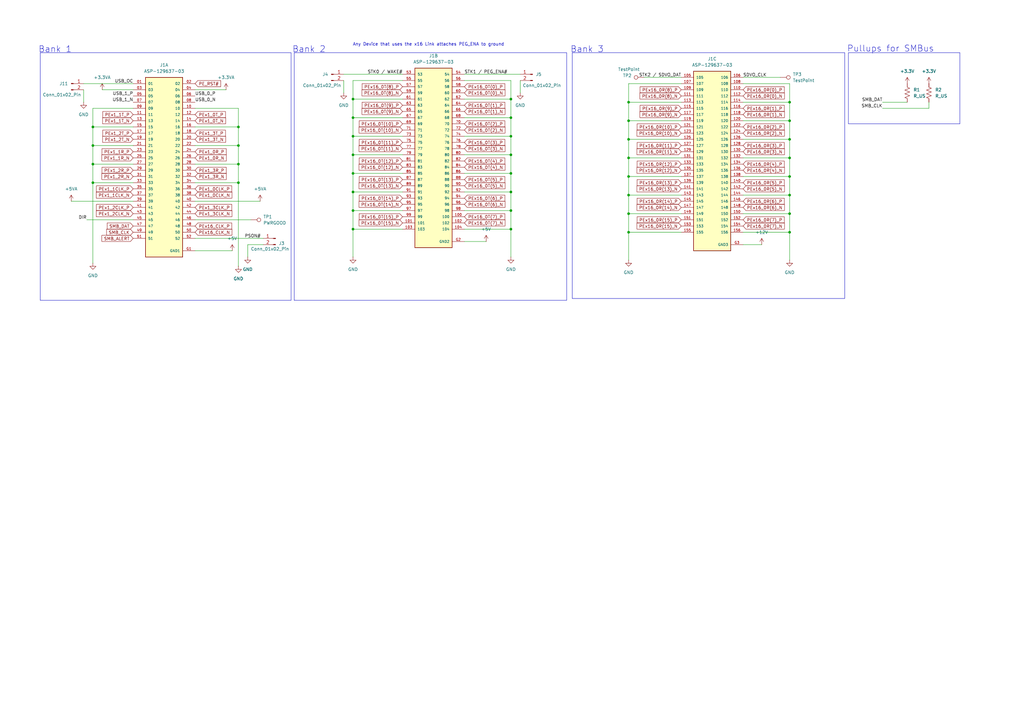
<source format=kicad_sch>
(kicad_sch (version 20250114) (generator "eeschema") (generator_version "9.0")
  (paper "A3")
  (title_block (title "PCIe/104 Adapter") (company "By Madhav Kapa"))
  (lib_symbols
    (symbol "ASP-129637-03:ASP-129637-03" (pin_names (offset 1.016))
      (property "Reference" "J" (at -7.62 36.068 0))
      (property "Value" "ASP-129637-03" (at -7.62 -40.64 0))
      (symbol "ASP-129637-03_1_0"
        (rectangle (start -7.62 -38.1) (end 7.62 35.56) (stroke (width 0.254)) (fill (type background)))
        (pin passive line (at -12.7 33.02 0) (length 5.08) (name "01") (number "01"))
        (pin passive line (at -12.7 30.48 0) (length 5.08) (name "03") (number "03"))
        (pin passive line (at -12.7 27.94 0) (length 5.08) (name "05") (number "05"))
        (pin passive line (at -12.7 25.4 0) (length 5.08) (name "07") (number "07"))
        (pin passive line (at -12.7 22.86 0) (length 5.08) (name "09") (number "09"))
        (pin passive line (at -12.7 20.32 0) (length 5.08) (name "11") (number "11"))
        (pin passive line (at -12.7 17.78 0) (length 5.08) (name "13") (number "13"))
        (pin passive line (at -12.7 15.24 0) (length 5.08) (name "15") (number "15"))
        (pin passive line (at -12.7 12.7 0) (length 5.08) (name "17") (number "17"))
        (pin passive line (at -12.7 10.16 0) (length 5.08) (name "19") (number "19"))
        (pin passive line (at -12.7 7.62 0) (length 5.08) (name "21") (number "21"))
        (pin passive line (at -12.7 5.08 0) (length 5.08) (name "23") (number "23"))
        (pin passive line (at -12.7 2.54 0) (length 5.08) (name "25") (number "25"))
        (pin passive line (at -12.7 0 0) (length 5.08) (name "27") (number "27"))
        (pin passive line (at -12.7 -2.54 0) (length 5.08) (name "29") (number "29"))
        (pin passive line (at -12.7 -5.08 0) (length 5.08) (name "31") (number "31"))
        (pin passive line (at -12.7 -7.62 0) (length 5.08) (name "33") (number "33"))
        (pin passive line (at -12.7 -10.16 0) (length 5.08) (name "35") (number "35"))
        (pin passive line (at -12.7 -12.7 0) (length 5.08) (name "37") (number "37"))
        (pin passive line (at -12.7 -15.24 0) (length 5.08) (name "39") (number "39"))
        (pin passive line (at -12.7 -17.78 0) (length 5.08) (name "41") (number "41"))
        (pin passive line (at -12.7 -20.32 0) (length 5.08) (name "43") (number "43"))
        (pin passive line (at -12.7 -22.86 0) (length 5.08) (name "45") (number "45"))
        (pin passive line (at -12.7 -25.4 0) (length 5.08) (name "47") (number "47"))
        (pin passive line (at -12.7 -27.94 0) (length 5.08) (name "49") (number "49"))
        (pin passive line (at -12.7 -30.48 0) (length 5.08) (name "51") (number "51"))
        (pin passive line (at 12.7 33.02 180) (length 5.08) (name "02") (number "02"))
        (pin passive line (at 12.7 30.48 180) (length 5.08) (name "04") (number "04"))
        (pin passive line (at 12.7 27.94 180) (length 5.08) (name "06") (number "06"))
        (pin passive line (at 12.7 25.4 180) (length 5.08) (name "08") (number "08"))
        (pin passive line (at 12.7 22.86 180) (length 5.08) (name "10") (number "10"))
        (pin passive line (at 12.7 20.32 180) (length 5.08) (name "12") (number "12"))
        (pin passive line (at 12.7 17.78 180) (length 5.08) (name "14") (number "14"))
        (pin passive line (at 12.7 15.24 180) (length 5.08) (name "16") (number "16"))
        (pin passive line (at 12.7 12.7 180) (length 5.08) (name "18") (number "18"))
        (pin passive line (at 12.7 10.16 180) (length 5.08) (name "20") (number "20"))
        (pin passive line (at 12.7 7.62 180) (length 5.08) (name "22") (number "22"))
        (pin passive line (at 12.7 5.08 180) (length 5.08) (name "24") (number "24"))
        (pin passive line (at 12.7 2.54 180) (length 5.08) (name "26") (number "26"))
        (pin passive line (at 12.7 0 180) (length 5.08) (name "28") (number "28"))
        (pin passive line (at 12.7 -2.54 180) (length 5.08) (name "30") (number "30"))
        (pin passive line (at 12.7 -5.08 180) (length 5.08) (name "32") (number "32"))
        (pin passive line (at 12.7 -7.62 180) (length 5.08) (name "34") (number "34"))
        (pin passive line (at 12.7 -10.16 180) (length 5.08) (name "36") (number "36"))
        (pin passive line (at 12.7 -12.7 180) (length 5.08) (name "38") (number "38"))
        (pin passive line (at 12.7 -15.24 180) (length 5.08) (name "40") (number "40"))
        (pin passive line (at 12.7 -17.78 180) (length 5.08) (name "42") (number "42"))
        (pin passive line (at 12.7 -20.32 180) (length 5.08) (name "44") (number "44"))
        (pin passive line (at 12.7 -22.86 180) (length 5.08) (name "46") (number "46"))
        (pin passive line (at 12.7 -25.4 180) (length 5.08) (name "48") (number "48"))
        (pin passive line (at 12.7 -27.94 180) (length 5.08) (name "50") (number "50"))
        (pin passive line (at 12.7 -30.48 180) (length 5.08) (name "52") (number "52"))
        (pin power_in line (at 12.7 -35.56 180) (length 5.08) (name "GND1") (number "G1"))
      )
      (symbol "ASP-129637-03_2_0"
        (rectangle (start -7.62 -38.1) (end 7.62 35.56) (stroke (width 0.254)) (fill (type background)))
        (pin passive line (at -12.7 33.02 0) (length 5.08) (name "53") (number "53"))
        (pin passive line (at -12.7 30.48 0) (length 5.08) (name "55") (number "55"))
        (pin passive line (at -12.7 27.94 0) (length 5.08) (name "57") (number "57"))
        (pin passive line (at -12.7 25.4 0) (length 5.08) (name "59") (number "59"))
        (pin passive line (at -12.7 22.86 0) (length 5.08) (name "61") (number "61"))
        (pin passive line (at -12.7 20.32 0) (length 5.08) (name "63") (number "63"))
        (pin passive line (at -12.7 17.78 0) (length 5.08) (name "65") (number "65"))
        (pin passive line (at -12.7 15.24 0) (length 5.08) (name "67") (number "67"))
        (pin passive line (at -12.7 12.7 0) (length 5.08) (name "69") (number "69"))
        (pin passive line (at -12.7 10.16 0) (length 5.08) (name "71") (number "71"))
        (pin passive line (at -12.7 7.62 0) (length 5.08) (name "73") (number "73"))
        (pin passive line (at -12.7 5.08 0) (length 5.08) (name "75") (number "75"))
        (pin passive line (at -12.7 2.54 0) (length 5.08) (name "77") (number "77"))
        (pin passive line (at -12.7 0 0) (length 5.08) (name "79") (number "79"))
        (pin passive line (at -12.7 -2.54 0) (length 5.08) (name "81") (number "81"))
        (pin passive line (at -12.7 -5.08 0) (length 5.08) (name "83") (number "83"))
        (pin passive line (at -12.7 -7.62 0) (length 5.08) (name "85") (number "85"))
        (pin passive line (at -12.7 -10.16 0) (length 5.08) (name "87") (number "87"))
        (pin passive line (at -12.7 -12.7 0) (length 5.08) (name "89") (number "89"))
        (pin passive line (at -12.7 -15.24 0) (length 5.08) (name "91") (number "91"))
        (pin passive line (at -12.7 -17.78 0) (length 5.08) (name "93") (number "93"))
        (pin passive line (at -12.7 -20.32 0) (length 5.08) (name "95") (number "95"))
        (pin passive line (at -12.7 -22.86 0) (length 5.08) (name "97") (number "97"))
        (pin passive line (at -12.7 -25.4 0) (length 5.08) (name "99") (number "99"))
        (pin passive line (at -12.7 -27.94 0) (length 5.08) (name "101") (number "101"))
        (pin passive line (at -12.7 -30.48 0) (length 5.08) (name "103") (number "103"))
        (pin passive line (at 12.7 33.02 180) (length 5.08) (name "54") (number "54"))
        (pin passive line (at 12.7 30.48 180) (length 5.08) (name "56") (number "56"))
        (pin passive line (at 12.7 27.94 180) (length 5.08) (name "58") (number "58"))
        (pin passive line (at 12.7 25.4 180) (length 5.08) (name "60") (number "60"))
        (pin passive line (at 12.7 22.86 180) (length 5.08) (name "62") (number "62"))
        (pin passive line (at 12.7 20.32 180) (length 5.08) (name "64") (number "64"))
        (pin passive line (at 12.7 17.78 180) (length 5.08) (name "66") (number "66"))
        (pin passive line (at 12.7 15.24 180) (length 5.08) (name "68") (number "68"))
        (pin passive line (at 12.7 12.7 180) (length 5.08) (name "70") (number "70"))
        (pin passive line (at 12.7 10.16 180) (length 5.08) (name "72") (number "72"))
        (pin passive line (at 12.7 7.62 180) (length 5.08) (name "74") (number "74"))
        (pin passive line (at 12.7 5.08 180) (length 5.08) (name "76") (number "76"))
        (pin passive line (at 12.7 2.54 180) (length 5.08) (name "78") (number "78"))
        (pin passive line (at 12.7 0 180) (length 5.08) (name "80") (number "80"))
        (pin passive line (at 12.7 -2.54 180) (length 5.08) (name "82") (number "82"))
        (pin passive line (at 12.7 -5.08 180) (length 5.08) (name "84") (number "84"))
        (pin passive line (at 12.7 -7.62 180) (length 5.08) (name "86") (number "86"))
        (pin passive line (at 12.7 -10.16 180) (length 5.08) (name "88") (number "88"))
        (pin passive line (at 12.7 -12.7 180) (length 5.08) (name "90") (number "90"))
        (pin passive line (at 12.7 -15.24 180) (length 5.08) (name "92") (number "92"))
        (pin passive line (at 12.7 -17.78 180) (length 5.08) (name "94") (number "94"))
        (pin passive line (at 12.7 -20.32 180) (length 5.08) (name "96") (number "96"))
        (pin passive line (at 12.7 -22.86 180) (length 5.08) (name "98") (number "98"))
        (pin passive line (at 12.7 -25.4 180) (length 5.08) (name "100") (number "100"))
        (pin passive line (at 12.7 -27.94 180) (length 5.08) (name "102") (number "102"))
        (pin passive line (at 12.7 -30.48 180) (length 5.08) (name "104") (number "104"))
        (pin power_in line (at 12.7 -35.56 180) (length 5.08) (name "GND2") (number "G2"))
      )
      (symbol "ASP-129637-03_3_0"
        (rectangle (start -7.62 -38.1) (end 7.62 35.56) (stroke (width 0.254)) (fill (type background)))
        (pin passive line (at -12.7 33.02 0) (length 5.08) (name "105") (number "105"))
        (pin passive line (at -12.7 30.48 0) (length 5.08) (name "107") (number "107"))
        (pin passive line (at -12.7 27.94 0) (length 5.08) (name "109") (number "109"))
        (pin passive line (at -12.7 25.4 0) (length 5.08) (name "111") (number "111"))
        (pin passive line (at -12.7 22.86 0) (length 5.08) (name "113") (number "113"))
        (pin passive line (at -12.7 20.32 0) (length 5.08) (name "115") (number "115"))
        (pin passive line (at -12.7 17.78 0) (length 5.08) (name "117") (number "117"))
        (pin passive line (at -12.7 15.24 0) (length 5.08) (name "119") (number "119"))
        (pin passive line (at -12.7 12.7 0) (length 5.08) (name "121") (number "121"))
        (pin passive line (at -12.7 10.16 0) (length 5.08) (name "123") (number "123"))
        (pin passive line (at -12.7 7.62 0) (length 5.08) (name "125") (number "125"))
        (pin passive line (at -12.7 5.08 0) (length 5.08) (name "127") (number "127"))
        (pin passive line (at -12.7 2.54 0) (length 5.08) (name "129") (number "129"))
        (pin passive line (at -12.7 0 0) (length 5.08) (name "131") (number "131"))
        (pin passive line (at -12.7 -2.54 0) (length 5.08) (name "133") (number "133"))
        (pin passive line (at -12.7 -5.08 0) (length 5.08) (name "135") (number "135"))
        (pin passive line (at -12.7 -7.62 0) (length 5.08) (name "137") (number "137"))
        (pin passive line (at -12.7 -10.16 0) (length 5.08) (name "139") (number "139"))
        (pin passive line (at -12.7 -12.7 0) (length 5.08) (name "141") (number "141"))
        (pin passive line (at -12.7 -15.24 0) (length 5.08) (name "143") (number "143"))
        (pin passive line (at -12.7 -17.78 0) (length 5.08) (name "145") (number "145"))
        (pin passive line (at -12.7 -20.32 0) (length 5.08) (name "147") (number "147"))
        (pin passive line (at -12.7 -22.86 0) (length 5.08) (name "149") (number "149"))
        (pin passive line (at -12.7 -25.4 0) (length 5.08) (name "151") (number "151"))
        (pin passive line (at -12.7 -27.94 0) (length 5.08) (name "153") (number "153"))
        (pin passive line (at -12.7 -30.48 0) (length 5.08) (name "155") (number "155"))
        (pin passive line (at 12.7 33.02 180) (length 5.08) (name "106") (number "106"))
        (pin passive line (at 12.7 30.48 180) (length 5.08) (name "108") (number "108"))
        (pin passive line (at 12.7 27.94 180) (length 5.08) (name "110") (number "110"))
        (pin passive line (at 12.7 25.4 180) (length 5.08) (name "112") (number "112"))
        (pin passive line (at 12.7 22.86 180) (length 5.08) (name "114") (number "114"))
        (pin passive line (at 12.7 20.32 180) (length 5.08) (name "116") (number "116"))
        (pin passive line (at 12.7 17.78 180) (length 5.08) (name "118") (number "118"))
        (pin passive line (at 12.7 15.24 180) (length 5.08) (name "120") (number "120"))
        (pin passive line (at 12.7 12.7 180) (length 5.08) (name "122") (number "122"))
        (pin passive line (at 12.7 10.16 180) (length 5.08) (name "124") (number "124"))
        (pin passive line (at 12.7 7.62 180) (length 5.08) (name "126") (number "126"))
        (pin passive line (at 12.7 5.08 180) (length 5.08) (name "128") (number "128"))
        (pin passive line (at 12.7 2.54 180) (length 5.08) (name "130") (number "130"))
        (pin passive line (at 12.7 0 180) (length 5.08) (name "132") (number "132"))
        (pin passive line (at 12.7 -2.54 180) (length 5.08) (name "134") (number "134"))
        (pin passive line (at 12.7 -5.08 180) (length 5.08) (name "136") (number "136"))
        (pin passive line (at 12.7 -7.62 180) (length 5.08) (name "138") (number "138"))
        (pin passive line (at 12.7 -10.16 180) (length 5.08) (name "140") (number "140"))
        (pin passive line (at 12.7 -12.7 180) (length 5.08) (name "142") (number "142"))
        (pin passive line (at 12.7 -15.24 180) (length 5.08) (name "144") (number "144"))
        (pin passive line (at 12.7 -17.78 180) (length 5.08) (name "146") (number "146"))
        (pin passive line (at 12.7 -20.32 180) (length 5.08) (name "148") (number "148"))
        (pin passive line (at 12.7 -22.86 180) (length 5.08) (name "150") (number "150"))
        (pin passive line (at 12.7 -25.4 180) (length 5.08) (name "152") (number "152"))
        (pin passive line (at 12.7 -27.94 180) (length 5.08) (name "154") (number "154"))
        (pin passive line (at 12.7 -30.48 180) (length 5.08) (name "156") (number "156"))
        (pin power_in line (at 12.7 -35.56 180) (length 5.08) (name "GND3") (number "G3"))
      )
    )
    (symbol "Connector:Conn_01x02_Pin" (pin_names (offset 1.016) (hide yes))
      (property "Reference" "J" (at 0 2.54 0))
      (property "Value" "Conn_01x02_Pin" (at 0 -5.08 0))
      (symbol "Conn_01x02_Pin_1_1"
        (rectangle (start 0.8636 0.127) (end 0 -0.127) (stroke (width 0.1524)) (fill (type outline)))
        (rectangle (start 0.8636 -2.413) (end 0 -2.667) (stroke (width 0.1524)) (fill (type outline)))
        (polyline (pts (xy 1.27 0) (xy 0.8636 0)) (stroke (width 0.1524)))
        (polyline (pts (xy 1.27 -2.54) (xy 0.8636 -2.54)) (stroke (width 0.1524)))
        (pin passive line (at 5.08 0 180) (length 3.81) (name "Pin_1") (number "1"))
        (pin passive line (at 5.08 -2.54 180) (length 3.81) (name "Pin_2") (number "2"))
      )
    )
    (symbol "Connector:TestPoint" (pin_numbers (hide yes)) (pin_names (offset 0.762) (hide yes))
      (property "Reference" "TP" (at 0 6.858 0))
      (property "Value" "TestPoint" (at 0 5.08 0))
      (symbol "TestPoint_0_1"
        (circle (center 0 3.302) (radius 0.762))
      )
      (symbol "TestPoint_1_1"
        (pin passive line (at 0 0 90) (length 2.54) (name "1") (number "1"))
      )
    )
    (symbol "Device:R_US" (pin_numbers (hide yes)) (pin_names (offset 0))
      (property "Reference" "R" (at 2.54 0 90))
      (property "Value" "R_US" (at -2.54 0 90))
      (symbol "R_US_0_1"
        (polyline (pts (xy 0 2.286) (xy 0 2.54)))
        (polyline (pts (xy 0 2.286) (xy 1.016 1.905) (xy 0 1.524) (xy -1.016 1.143) (xy 0 0.762)))
        (polyline (pts (xy 0 0.762) (xy 1.016 0.381) (xy 0 0) (xy -1.016 -0.381) (xy 0 -0.762)))
        (polyline (pts (xy 0 -0.762) (xy 1.016 -1.143) (xy 0 -1.524) (xy -1.016 -1.905) (xy 0 -2.286)))
        (polyline (pts (xy 0 -2.286) (xy 0 -2.54)))
      )
      (symbol "R_US_1_1"
        (pin passive line (at 0 3.81 270) (length 1.27) (name "~") (number "1"))
        (pin passive line (at 0 -3.81 90) (length 1.27) (name "~") (number "2"))
      )
    )
    (symbol "power:+12V" (power) (pin_numbers (hide yes)) (pin_names (offset 0) (hide yes))
      (property "Value" "+12V" (at 0 3.556 0))
      (symbol "+12V_0_1"
        (polyline (pts (xy -0.762 1.27) (xy 0 2.54)))
        (polyline (pts (xy 0 2.54) (xy 0.762 1.27)))
        (polyline (pts (xy 0 0) (xy 0 2.54)))
      )
      (symbol "+12V_1_1"
        (pin power_in line (at 0 0 90) (length 0) (name "~") (number "1"))
      )
    )
    (symbol "power:+3.3V" (power) (pin_numbers (hide yes)) (pin_names (offset 0) (hide yes))
      (property "Value" "+3.3V" (at 0 3.556 0))
      (symbol "+3.3V_0_1"
        (polyline (pts (xy -0.762 1.27) (xy 0 2.54)))
        (polyline (pts (xy 0 2.54) (xy 0.762 1.27)))
        (polyline (pts (xy 0 0) (xy 0 2.54)))
      )
      (symbol "+3.3V_1_1"
        (pin power_in line (at 0 0 90) (length 0) (name "~") (number "1"))
      )
    )
    (symbol "power:+3.3VA" (power) (pin_numbers (hide yes)) (pin_names (offset 0) (hide yes))
      (property "Value" "+3.3VA" (at 0 3.556 0))
      (symbol "+3.3VA_0_1"
        (polyline (pts (xy -0.762 1.27) (xy 0 2.54)))
        (polyline (pts (xy 0 2.54) (xy 0.762 1.27)))
        (polyline (pts (xy 0 0) (xy 0 2.54)))
      )
      (symbol "+3.3VA_1_1"
        (pin power_in line (at 0 0 90) (length 0) (name "~") (number "1"))
      )
    )
    (symbol "power:+5V" (power) (pin_numbers (hide yes)) (pin_names (offset 0) (hide yes))
      (property "Value" "+5V" (at 0 3.556 0))
      (symbol "+5V_0_1"
        (polyline (pts (xy -0.762 1.27) (xy 0 2.54)))
        (polyline (pts (xy 0 2.54) (xy 0.762 1.27)))
        (polyline (pts (xy 0 0) (xy 0 2.54)))
      )
      (symbol "+5V_1_1"
        (pin power_in line (at 0 0 90) (length 0) (name "~") (number "1"))
      )
    )
    (symbol "power:+5VA" (power) (pin_numbers (hide yes)) (pin_names (offset 0) (hide yes))
      (property "Value" "+5VA" (at 0 3.556 0))
      (symbol "+5VA_0_1"
        (polyline (pts (xy -0.762 1.27) (xy 0 2.54)))
        (polyline (pts (xy 0 2.54) (xy 0.762 1.27)))
        (polyline (pts (xy 0 0) (xy 0 2.54)))
      )
      (symbol "+5VA_1_1"
        (pin power_in line (at 0 0 90) (length 0) (name "~") (number "1"))
      )
    )
    (symbol "power:GND" (power) (pin_numbers (hide yes)) (pin_names (offset 0) (hide yes))
      (property "Value" "GND" (at 0 -3.81 0))
      (symbol "GND_0_1"
        (polyline (pts (xy 0 0) (xy 0 -1.27) (xy 1.27 -1.27) (xy 0 -2.54) (xy -1.27 -1.27) (xy 0 -1.27)))
      )
      (symbol "GND_1_1"
        (pin power_in line (at 0 0 270) (length 0) (name "~") (number "1"))
      )
    )
  )
  (rectangle (start 234.696 21.59) (end 346.456 122.428))
  (rectangle (start 16.51 21.59) (end 119.38 123.19))
  (rectangle (start 120.65 21.59) (end 232.41 123.19))
  (rectangle (start 347.98 21.59) (end 393.7 50.8))
  (text "Bank 2" (at 126.746 20.32 0) (effects (font (size 2.54 2.54))))
  (text "Pullups for SMBus" (at 365.252 20.066 0) (effects (font (size 2.54 2.54))))
  (text "Any Device that uses the x16 Link attaches PEG_ENA to ground" (at 175.768 18.288 0) (effects (font (size 1.27 1.27))))
  (text "Bank 3" (at 240.792 20.32 0) (effects (font (size 2.54 2.54))))
  (text "Bank 1" (at 22.606 20.32 0) (effects (font (size 2.54 2.54))))
  (junction (at 209.55 86.36))
  (junction (at 144.78 40.64))
  (junction (at 209.55 71.12))
  (junction (at 323.85 72.39))
  (junction (at 209.55 63.5))
  (junction (at 209.55 78.74))
  (junction (at 144.78 63.5))
  (junction (at 97.79 67.31))
  (junction (at 209.55 55.88))
  (junction (at 97.79 59.69))
  (junction (at 144.78 78.74))
  (junction (at 97.79 74.93))
  (junction (at 257.81 41.91))
  (junction (at 38.1 59.69))
  (junction (at 257.81 64.77))
  (junction (at 257.81 95.25))
  (junction (at 38.1 52.07))
  (junction (at 323.85 57.15))
  (junction (at 144.78 55.88))
  (junction (at 144.78 71.12))
  (junction (at 323.85 41.91))
  (junction (at 323.85 87.63))
  (junction (at 323.85 95.25))
  (junction (at 257.81 49.53))
  (junction (at 38.1 67.31))
  (junction (at 38.1 74.93))
  (junction (at 323.85 64.77))
  (junction (at 144.78 48.26))
  (junction (at 323.85 80.01))
  (junction (at 209.55 48.26))
  (junction (at 257.81 57.15))
  (junction (at 97.79 52.07))
  (junction (at 209.55 40.64))
  (junction (at 144.78 93.98))
  (junction (at 209.55 93.98))
  (junction (at 257.81 87.63))
  (junction (at 257.81 72.39))
  (junction (at 144.78 86.36))
  (junction (at 323.85 49.53))
  (junction (at 257.81 80.01))
  (wire (pts (xy 38.1 59.69) (xy 38.1 67.31)))
  (wire (pts (xy 80.01 90.17) (xy 102.87 90.17)))
  (wire (pts (xy 304.8 95.25) (xy 323.85 95.25)))
  (wire (pts (xy 361.95 41.91) (xy 372.11 41.91)))
  (wire (pts (xy 165.1 71.12) (xy 144.78 71.12)))
  (wire (pts (xy 97.79 74.93) (xy 97.79 109.22)))
  (wire (pts (xy 144.78 78.74) (xy 144.78 71.12)))
  (wire (pts (xy 190.5 33.02) (xy 209.55 33.02)))
  (wire (pts (xy 304.8 41.91) (xy 323.85 41.91)))
  (wire (pts (xy 144.78 33.02) (xy 144.78 40.64)))
  (wire (pts (xy 165.1 78.74) (xy 144.78 78.74)))
  (wire (pts (xy 97.79 67.31) (xy 97.79 59.69)))
  (wire (pts (xy 304.8 80.01) (xy 323.85 80.01)))
  (wire (pts (xy 323.85 80.01) (xy 323.85 72.39)))
  (wire (pts (xy 209.55 71.12) (xy 209.55 63.5)))
  (wire (pts (xy 35.56 90.17) (xy 54.61 90.17)))
  (wire (pts (xy 257.81 64.77) (xy 257.81 57.15)))
  (wire (pts (xy 213.36 33.02) (xy 213.36 38.1)))
  (wire (pts (xy 38.1 44.45) (xy 38.1 52.07)))
  (wire (pts (xy 107.95 100.33) (xy 101.6 100.33)))
  (wire (pts (xy 323.85 64.77) (xy 323.85 57.15)))
  (wire (pts (xy 279.4 80.01) (xy 257.81 80.01)))
  (wire (pts (xy 38.1 67.31) (xy 54.61 67.31)))
  (wire (pts (xy 257.81 80.01) (xy 257.81 72.39)))
  (wire (pts (xy 165.1 63.5) (xy 144.78 63.5)))
  (wire (pts (xy 323.85 95.25) (xy 323.85 106.68)))
  (wire (pts (xy 144.78 40.64) (xy 144.78 48.26)))
  (wire (pts (xy 257.81 34.29) (xy 257.81 41.91)))
  (wire (pts (xy 209.55 63.5) (xy 209.55 55.88)))
  (wire (pts (xy 279.4 87.63) (xy 257.81 87.63)))
  (wire (pts (xy 140.97 30.48) (xy 165.1 30.48)))
  (wire (pts (xy 257.81 41.91) (xy 257.81 49.53)))
  (wire (pts (xy 209.55 86.36) (xy 209.55 93.98)))
  (wire (pts (xy 144.78 93.98) (xy 165.1 93.98)))
  (wire (pts (xy 165.1 40.64) (xy 144.78 40.64)))
  (wire (pts (xy 97.79 59.69) (xy 97.79 52.07)))
  (wire (pts (xy 190.5 63.5) (xy 209.55 63.5)))
  (wire (pts (xy 144.78 93.98) (xy 144.78 105.41)))
  (wire (pts (xy 279.4 64.77) (xy 257.81 64.77)))
  (wire (pts (xy 209.55 78.74) (xy 209.55 86.36)))
  (wire (pts (xy 312.42 100.33) (xy 304.8 100.33)))
  (wire (pts (xy 97.79 52.07) (xy 97.79 44.45)))
  (wire (pts (xy 304.8 34.29) (xy 323.85 34.29)))
  (wire (pts (xy 38.1 67.31) (xy 38.1 74.93)))
  (wire (pts (xy 304.8 49.53) (xy 323.85 49.53)))
  (wire (pts (xy 279.4 49.53) (xy 257.81 49.53)))
  (wire (pts (xy 29.21 82.55) (xy 54.61 82.55)))
  (wire (pts (xy 323.85 41.91) (xy 323.85 49.53)))
  (wire (pts (xy 106.68 82.55) (xy 80.01 82.55)))
  (wire (pts (xy 279.4 95.25) (xy 257.81 95.25)))
  (wire (pts (xy 304.8 31.75) (xy 320.04 31.75)))
  (wire (pts (xy 80.01 52.07) (xy 97.79 52.07)))
  (wire (pts (xy 381 44.45) (xy 361.95 44.45)))
  (wire (pts (xy 165.1 48.26) (xy 144.78 48.26)))
  (wire (pts (xy 144.78 86.36) (xy 144.78 93.98)))
  (wire (pts (xy 257.81 95.25) (xy 257.81 106.68)))
  (wire (pts (xy 257.81 72.39) (xy 257.81 64.77)))
  (wire (pts (xy 80.01 74.93) (xy 97.79 74.93)))
  (wire (pts (xy 190.5 93.98) (xy 209.55 93.98)))
  (wire (pts (xy 190.5 99.06) (xy 199.39 99.06)))
  (wire (pts (xy 209.55 48.26) (xy 209.55 55.88)))
  (wire (pts (xy 38.1 52.07) (xy 38.1 59.69)))
  (wire (pts (xy 323.85 72.39) (xy 323.85 64.77)))
  (wire (pts (xy 38.1 44.45) (xy 54.61 44.45)))
  (wire (pts (xy 323.85 80.01) (xy 323.85 87.63)))
  (wire (pts (xy 304.8 87.63) (xy 323.85 87.63)))
  (wire (pts (xy 38.1 59.69) (xy 54.61 59.69)))
  (wire (pts (xy 304.8 64.77) (xy 323.85 64.77)))
  (wire (pts (xy 257.81 49.53) (xy 257.81 57.15)))
  (wire (pts (xy 279.4 57.15) (xy 257.81 57.15)))
  (wire (pts (xy 209.55 33.02) (xy 209.55 40.64)))
  (wire (pts (xy 323.85 34.29) (xy 323.85 41.91)))
  (wire (pts (xy 101.6 100.33) (xy 101.6 105.41)))
  (wire (pts (xy 140.97 33.02) (xy 140.97 38.1)))
  (wire (pts (xy 80.01 36.83) (xy 92.71 36.83)))
  (wire (pts (xy 304.8 72.39) (xy 323.85 72.39)))
  (wire (pts (xy 304.8 57.15) (xy 323.85 57.15)))
  (wire (pts (xy 97.79 74.93) (xy 97.79 67.31)))
  (wire (pts (xy 264.16 31.75) (xy 279.4 31.75)))
  (wire (pts (xy 165.1 86.36) (xy 144.78 86.36)))
  (wire (pts (xy 165.1 33.02) (xy 144.78 33.02)))
  (wire (pts (xy 80.01 59.69) (xy 97.79 59.69)))
  (wire (pts (xy 190.5 48.26) (xy 209.55 48.26)))
  (wire (pts (xy 38.1 52.07) (xy 54.61 52.07)))
  (wire (pts (xy 257.81 80.01) (xy 257.81 87.63)))
  (wire (pts (xy 190.5 55.88) (xy 209.55 55.88)))
  (wire (pts (xy 80.01 102.87) (xy 95.25 102.87)))
  (wire (pts (xy 257.81 87.63) (xy 257.81 95.25)))
  (wire (pts (xy 80.01 67.31) (xy 97.79 67.31)))
  (wire (pts (xy 279.4 34.29) (xy 257.81 34.29)))
  (wire (pts (xy 34.29 34.29) (xy 54.61 34.29)))
  (wire (pts (xy 144.78 48.26) (xy 144.78 55.88)))
  (wire (pts (xy 279.4 41.91) (xy 257.81 41.91)))
  (wire (pts (xy 209.55 40.64) (xy 209.55 48.26)))
  (wire (pts (xy 323.85 49.53) (xy 323.85 57.15)))
  (wire (pts (xy 80.01 44.45) (xy 97.79 44.45)))
  (wire (pts (xy 190.5 86.36) (xy 209.55 86.36)))
  (wire (pts (xy 38.1 74.93) (xy 38.1 107.95)))
  (wire (pts (xy 165.1 55.88) (xy 144.78 55.88)))
  (wire (pts (xy 54.61 36.83) (xy 41.91 36.83)))
  (wire (pts (xy 323.85 87.63) (xy 323.85 95.25)))
  (wire (pts (xy 209.55 78.74) (xy 209.55 71.12)))
  (wire (pts (xy 144.78 63.5) (xy 144.78 55.88)))
  (wire (pts (xy 190.5 40.64) (xy 209.55 40.64)))
  (wire (pts (xy 381 41.91) (xy 381 44.45)))
  (wire (pts (xy 34.29 36.83) (xy 34.29 41.91)))
  (wire (pts (xy 80.01 97.79) (xy 107.95 97.79)))
  (wire (pts (xy 209.55 93.98) (xy 209.55 105.41)))
  (wire (pts (xy 190.5 78.74) (xy 209.55 78.74)))
  (wire (pts (xy 144.78 78.74) (xy 144.78 86.36)))
  (wire (pts (xy 38.1 74.93) (xy 54.61 74.93)))
  (wire (pts (xy 279.4 72.39) (xy 257.81 72.39)))
  (wire (pts (xy 190.5 30.48) (xy 213.36 30.48)))
  (wire (pts (xy 190.5 71.12) (xy 209.55 71.12)))
  (wire (pts (xy 144.78 71.12) (xy 144.78 63.5)))
  (label "USB_OC" (at 54.61 34.29 180))
  (label "STK2 {slash} SDVO_DAT" (at 279.4 31.75 180))
  (label "USB_0_P" (at 80.01 39.37 0))
  (label "USB_0_N" (at 80.01 41.91 0))
  (label "SMB_CLK" (at 361.95 44.45 180))
  (label "STK1 {slash} PEG_ENA#" (at 190.5 30.48 0))
  (label "PSON#" (at 100.33 97.79 0))
  (label "SDVO_CLK" (at 304.8 31.75 0))
  (label "USB_1_N" (at 54.61 41.91 180))
  (label "USB_1_P" (at 54.61 39.37 180))
  (label "STK0 {slash} WAKE#" (at 165.1 30.48 180))
  (label "DIR" (at 35.56 90.17 180))
  (label "SMB_DAT" (at 361.95 41.91 180))
  (global_label "PEx16_0R(6)_N" (shape input) (at 304.8 85.09 0) (property "Intersheetrefs" "${INTERSHEET_REFS}" (effects (hide yes))))
  (global_label "PEx16_0R(0)_N" (shape input) (at 304.8 39.37 0) (property "Intersheetrefs" "${INTERSHEET_REFS}" (effects (hide yes))))
  (global_label "PEx16_0T(1)_P" (shape input) (at 190.5 43.18 0) (property "Intersheetrefs" "${INTERSHEET_REFS}" (effects (hide yes))))
  (global_label "PEx16_0R(15)_P" (shape input) (at 279.4 90.17 180) (property "Intersheetrefs" "${INTERSHEET_REFS}" (effects (hide yes))))
  (global_label "PEx16_0R(13)_N" (shape input) (at 279.4 77.47 180) (property "Intersheetrefs" "${INTERSHEET_REFS}" (effects (hide yes))))
  (global_label "PEx16_0T(5)_P" (shape input) (at 190.5 73.66 0) (property "Intersheetrefs" "${INTERSHEET_REFS}" (effects (hide yes))))
  (global_label "PEx16_0R(12)_N" (shape input) (at 279.4 69.85 180) (property "Intersheetrefs" "${INTERSHEET_REFS}" (effects (hide yes))))
  (global_label "PEx1_0T_N" (shape input) (at 80.01 49.53 0) (property "Intersheetrefs" "${INTERSHEET_REFS}" (effects (hide yes))))
  (global_label "PEx16_0R(14)_N" (shape input) (at 279.4 85.09 180) (property "Intersheetrefs" "${INTERSHEET_REFS}" (effects (hide yes))))
  (global_label "PEx1_2T_N" (shape input) (at 54.61 57.15 180) (property "Intersheetrefs" "${INTERSHEET_REFS}" (effects (hide yes))))
  (global_label "PEx16_0R(7)_N" (shape input) (at 304.8 92.71 0) (property "Intersheetrefs" "${INTERSHEET_REFS}" (effects (hide yes))))
  (global_label "PEx16_0T(8)_P" (shape input) (at 165.1 35.56 180) (property "Intersheetrefs" "${INTERSHEET_REFS}" (effects (hide yes))))
  (global_label "PEx16_0T(5)_N" (shape input) (at 190.5 76.2 0) (property "Intersheetrefs" "${INTERSHEET_REFS}" (effects (hide yes))))
  (global_label "PEx16_0R(11)_N" (shape input) (at 279.4 62.23 180) (property "Intersheetrefs" "${INTERSHEET_REFS}" (effects (hide yes))))
  (global_label "PEx16_0R(7)_P" (shape input) (at 304.8 90.17 0) (property "Intersheetrefs" "${INTERSHEET_REFS}" (effects (hide yes))))
  (global_label "PEx16_0R(2)_N" (shape input) (at 304.8 54.61 0) (property "Intersheetrefs" "${INTERSHEET_REFS}" (effects (hide yes))))
  (global_label "PEx16_0T(6)_N" (shape input) (at 190.5 83.82 0) (property "Intersheetrefs" "${INTERSHEET_REFS}" (effects (hide yes))))
  (global_label "PEx16_0R(9)_N" (shape input) (at 279.4 46.99 180) (property "Intersheetrefs" "${INTERSHEET_REFS}" (effects (hide yes))))
  (global_label "PEx1_3T_N" (shape input) (at 80.01 57.15 0) (property "Intersheetrefs" "${INTERSHEET_REFS}" (effects (hide yes))))
  (global_label "PEx16_CLK_N" (shape input) (at 80.01 95.25 0) (property "Intersheetrefs" "${INTERSHEET_REFS}" (effects (hide yes))))
  (global_label "PEx16_0R(3)_N" (shape input) (at 304.8 62.23 0) (property "Intersheetrefs" "${INTERSHEET_REFS}" (effects (hide yes))))
  (global_label "PEx1_1R_N" (shape input) (at 54.61 64.77 180) (property "Intersheetrefs" "${INTERSHEET_REFS}" (effects (hide yes))))
  (global_label "PEx1_0R_N" (shape input) (at 80.01 64.77 0) (property "Intersheetrefs" "${INTERSHEET_REFS}" (effects (hide yes))))
  (global_label "PEx1_0T_P" (shape input) (at 80.01 46.99 0) (property "Intersheetrefs" "${INTERSHEET_REFS}" (effects (hide yes))))
  (global_label "PEx16_0T(7)_N" (shape input) (at 190.5 91.44 0) (property "Intersheetrefs" "${INTERSHEET_REFS}" (effects (hide yes))))
  (global_label "PEx16_0T(13)_P" (shape input) (at 165.1 73.66 180) (property "Intersheetrefs" "${INTERSHEET_REFS}" (effects (hide yes))))
  (global_label "PEx16_0T(1)_N" (shape input) (at 190.5 45.72 0) (property "Intersheetrefs" "${INTERSHEET_REFS}" (effects (hide yes))))
  (global_label "PEx1_0CLK_N" (shape input) (at 80.01 80.01 0) (property "Intersheetrefs" "${INTERSHEET_REFS}" (effects (hide yes))))
  (global_label "PEx16_0T(10)_P" (shape input) (at 165.1 50.8 180) (property "Intersheetrefs" "${INTERSHEET_REFS}" (effects (hide yes))))
  (global_label "PEx16_0R(10)_P" (shape input) (at 279.4 52.07 180) (property "Intersheetrefs" "${INTERSHEET_REFS}" (effects (hide yes))))
  (global_label "PEx16_0R(0)_P" (shape input) (at 304.8 36.83 0) (property "Intersheetrefs" "${INTERSHEET_REFS}" (effects (hide yes))))
  (global_label "PEx16_0R(5)_N" (shape input) (at 304.8 77.47 0) (property "Intersheetrefs" "${INTERSHEET_REFS}" (effects (hide yes))))
  (global_label "PEx16_0T(4)_P" (shape input) (at 190.5 66.04 0) (property "Intersheetrefs" "${INTERSHEET_REFS}" (effects (hide yes))))
  (global_label "PEx16_0R(8)_P" (shape input) (at 279.4 36.83 180) (property "Intersheetrefs" "${INTERSHEET_REFS}" (effects (hide yes))))
  (global_label "PEx16_0T(9)_N" (shape input) (at 165.1 45.72 180) (property "Intersheetrefs" "${INTERSHEET_REFS}" (effects (hide yes))))
  (global_label "PEx1_1CLK_P" (shape input) (at 54.61 77.47 180) (property "Intersheetrefs" "${INTERSHEET_REFS}" (effects (hide yes))))
  (global_label "PEx16_0T(10)_N" (shape input) (at 165.1 53.34 180) (property "Intersheetrefs" "${INTERSHEET_REFS}" (effects (hide yes))))
  (global_label "PEx16_0R(2)_P" (shape input) (at 304.8 52.07 0) (property "Intersheetrefs" "${INTERSHEET_REFS}" (effects (hide yes))))
  (global_label "PEx16_0T(14)_N" (shape input) (at 165.1 83.82 180) (property "Intersheetrefs" "${INTERSHEET_REFS}" (effects (hide yes))))
  (global_label "PEx1_1R_P" (shape input) (at 54.61 62.23 180) (property "Intersheetrefs" "${INTERSHEET_REFS}" (effects (hide yes))))
  (global_label "PEx16_0T(7)_P" (shape input) (at 190.5 88.9 0) (property "Intersheetrefs" "${INTERSHEET_REFS}" (effects (hide yes))))
  (global_label "PEx16_0R(6)_P" (shape input) (at 304.8 82.55 0) (property "Intersheetrefs" "${INTERSHEET_REFS}" (effects (hide yes))))
  (global_label "PEx1_2R_N" (shape input) (at 54.61 72.39 180) (property "Intersheetrefs" "${INTERSHEET_REFS}" (effects (hide yes))))
  (global_label "PEx16_0T(14)_P" (shape input) (at 165.1 81.28 180) (property "Intersheetrefs" "${INTERSHEET_REFS}" (effects (hide yes))))
  (global_label "SMB_DAT" (shape input) (at 54.61 92.71 180) (property "Intersheetrefs" "${INTERSHEET_REFS}" (effects (hide yes))))
  (global_label "PEx16_0T(13)_N" (shape input) (at 165.1 76.2 180) (property "Intersheetrefs" "${INTERSHEET_REFS}" (effects (hide yes))))
  (global_label "PEx16_0R(1)_N" (shape input) (at 304.8 46.99 0) (property "Intersheetrefs" "${INTERSHEET_REFS}" (effects (hide yes))))
  (global_label "PEx16_0T(12)_N" (shape input) (at 165.1 68.58 180) (property "Intersheetrefs" "${INTERSHEET_REFS}" (effects (hide yes))))
  (global_label "PEx1_2CLK_N" (shape input) (at 54.61 87.63 180) (property "Intersheetrefs" "${INTERSHEET_REFS}" (effects (hide yes))))
  (global_label "PEx16_0R(12)_P" (shape input) (at 279.4 67.31 180) (property "Intersheetrefs" "${INTERSHEET_REFS}" (effects (hide yes))))
  (global_label "PEx1_2T_P" (shape input) (at 54.61 54.61 180) (property "Intersheetrefs" "${INTERSHEET_REFS}" (effects (hide yes))))
  (global_label "PEx16_0R(13)_P" (shape input) (at 279.4 74.93 180) (property "Intersheetrefs" "${INTERSHEET_REFS}" (effects (hide yes))))
  (global_label "PEx16_CLK_P" (shape input) (at 80.01 92.71 0) (property "Intersheetrefs" "${INTERSHEET_REFS}" (effects (hide yes))))
  (global_label "PEx16_0T(12)_P" (shape input) (at 165.1 66.04 180) (property "Intersheetrefs" "${INTERSHEET_REFS}" (effects (hide yes))))
  (global_label "PEx16_0R(9)_P" (shape input) (at 279.4 44.45 180) (property "Intersheetrefs" "${INTERSHEET_REFS}" (effects (hide yes))))
  (global_label "PEx16_0T(2)_N" (shape input) (at 190.5 53.34 0) (property "Intersheetrefs" "${INTERSHEET_REFS}" (effects (hide yes))))
  (global_label "PEx16_0T(15)_N" (shape input) (at 165.1 91.44 180) (property "Intersheetrefs" "${INTERSHEET_REFS}" (effects (hide yes))))
  (global_label "PEx16_0T(0)_N" (shape input) (at 190.5 38.1 0) (property "Intersheetrefs" "${INTERSHEET_REFS}" (effects (hide yes))))
  (global_label "PEx1_1CLK_N" (shape input) (at 54.61 80.01 180) (property "Intersheetrefs" "${INTERSHEET_REFS}" (effects (hide yes))))
  (global_label "PEx1_1T_N" (shape input) (at 54.61 49.53 180) (property "Intersheetrefs" "${INTERSHEET_REFS}" (effects (hide yes))))
  (global_label "PEx1_3R_P" (shape input) (at 80.01 69.85 0) (property "Intersheetrefs" "${INTERSHEET_REFS}" (effects (hide yes))))
  (global_label "PEx16_0T(6)_P" (shape input) (at 190.5 81.28 0) (property "Intersheetrefs" "${INTERSHEET_REFS}" (effects (hide yes))))
  (global_label "PEx16_0T(9)_P" (shape input) (at 165.1 43.18 180) (property "Intersheetrefs" "${INTERSHEET_REFS}" (effects (hide yes))))
  (global_label "PEx1_3T_P" (shape input) (at 80.01 54.61 0) (property "Intersheetrefs" "${INTERSHEET_REFS}" (effects (hide yes))))
  (global_label "PEx1_1T_P" (shape input) (at 54.61 46.99 180) (property "Intersheetrefs" "${INTERSHEET_REFS}" (effects (hide yes))))
  (global_label "PEx16_0T(3)_P" (shape input) (at 190.5 58.42 0) (property "Intersheetrefs" "${INTERSHEET_REFS}" (effects (hide yes))))
  (global_label "PEx16_0R(8)_N" (shape input) (at 279.4 39.37 180) (property "Intersheetrefs" "${INTERSHEET_REFS}" (effects (hide yes))))
  (global_label "PEx16_0T(3)_N" (shape input) (at 190.5 60.96 0) (property "Intersheetrefs" "${INTERSHEET_REFS}" (effects (hide yes))))
  (global_label "PEx16_0T(2)_P" (shape input) (at 190.5 50.8 0) (property "Intersheetrefs" "${INTERSHEET_REFS}" (effects (hide yes))))
  (global_label "PE_RST#" (shape input) (at 80.01 34.29 0) (property "Intersheetrefs" "${INTERSHEET_REFS}" (effects (hide yes))))
  (global_label "PEx16_0R(5)_P" (shape input) (at 304.8 74.93 0) (property "Intersheetrefs" "${INTERSHEET_REFS}" (effects (hide yes))))
  (global_label "PEx1_2CLK_P" (shape input) (at 54.61 85.09 180) (property "Intersheetrefs" "${INTERSHEET_REFS}" (effects (hide yes))))
  (global_label "SMB_ALERT" (shape input) (at 54.61 97.79 180) (property "Intersheetrefs" "${INTERSHEET_REFS}" (effects (hide yes))))
  (global_label "PEx16_0R(15)_N" (shape input) (at 279.4 92.71 180) (property "Intersheetrefs" "${INTERSHEET_REFS}" (effects (hide yes))))
  (global_label "PEx16_0T(11)_N" (shape input) (at 165.1 60.96 180) (property "Intersheetrefs" "${INTERSHEET_REFS}" (effects (hide yes))))
  (global_label "PEx16_0R(10)_N" (shape input) (at 279.4 54.61 180) (property "Intersheetrefs" "${INTERSHEET_REFS}" (effects (hide yes))))
  (global_label "PEx1_2R_P" (shape input) (at 54.61 69.85 180) (property "Intersheetrefs" "${INTERSHEET_REFS}" (effects (hide yes))))
  (global_label "PEx16_0T(0)_P" (shape input) (at 190.5 35.56 0) (property "Intersheetrefs" "${INTERSHEET_REFS}" (effects (hide yes))))
  (global_label "PEx1_3CLK_N" (shape input) (at 80.01 87.63 0) (property "Intersheetrefs" "${INTERSHEET_REFS}" (effects (hide yes))))
  (global_label "PEx16_0T(11)_P" (shape input) (at 165.1 58.42 180) (property "Intersheetrefs" "${INTERSHEET_REFS}" (effects (hide yes))))
  (global_label "PEx1_0R_P" (shape input) (at 80.01 62.23 0) (property "Intersheetrefs" "${INTERSHEET_REFS}" (effects (hide yes))))
  (global_label "PEx1_0CLK_P" (shape input) (at 80.01 77.47 0) (property "Intersheetrefs" "${INTERSHEET_REFS}" (effects (hide yes))))
  (global_label "PEx16_0T(8)_N" (shape input) (at 165.1 38.1 180) (property "Intersheetrefs" "${INTERSHEET_REFS}" (effects (hide yes))))
  (global_label "SMB_CLK" (shape input) (at 54.61 95.25 180) (property "Intersheetrefs" "${INTERSHEET_REFS}" (effects (hide yes))))
  (global_label "PEx1_3CLK_P" (shape input) (at 80.01 85.09 0) (property "Intersheetrefs" "${INTERSHEET_REFS}" (effects (hide yes))))
  (global_label "PEx16_0R(3)_P" (shape input) (at 304.8 59.69 0) (property "Intersheetrefs" "${INTERSHEET_REFS}" (effects (hide yes))))
  (global_label "PEx16_0R(11)_P" (shape input) (at 279.4 59.69 180) (property "Intersheetrefs" "${INTERSHEET_REFS}" (effects (hide yes))))
  (global_label "PEx16_0R(14)_P" (shape input) (at 279.4 82.55 180) (property "Intersheetrefs" "${INTERSHEET_REFS}" (effects (hide yes))))
  (global_label "PEx16_0R(1)_P" (shape input) (at 304.8 44.45 0) (property "Intersheetrefs" "${INTERSHEET_REFS}" (effects (hide yes))))
  (global_label "PEx16_0R(4)_N" (shape input) (at 304.8 69.85 0) (property "Intersheetrefs" "${INTERSHEET_REFS}" (effects (hide yes))))
  (global_label "PEx16_0R(4)_P" (shape input) (at 304.8 67.31 0) (property "Intersheetrefs" "${INTERSHEET_REFS}" (effects (hide yes))))
  (global_label "PEx16_0T(4)_N" (shape input) (at 190.5 68.58 0) (property "Intersheetrefs" "${INTERSHEET_REFS}" (effects (hide yes))))
  (global_label "PEx1_3R_N" (shape input) (at 80.01 72.39 0) (property "Intersheetrefs" "${INTERSHEET_REFS}" (effects (hide yes))))
  (global_label "PEx16_0T(15)_P" (shape input) (at 165.1 88.9 180) (property "Intersheetrefs" "${INTERSHEET_REFS}" (effects (hide yes))))
  (symbol (lib_id "Connector:TestPoint") (at 264.16 31.75 90) (unit 1)
    (property "Reference" "TP2" (at 259.08 30.988 90) (effects (justify left)))
    (property "Value" "TestPoint" (at 262.382 28.448 90) (effects (justify left)))
    (property "Footprint" "TestPoint:TestPoint_Keystone_5015_Micro_Mini" (effects (hide yes)))
    (property "Description" "test point" (effects (hide yes)))
  )
  (symbol (lib_id "Connector:TestPoint") (at 102.87 90.17 270) (unit 1)
    (property "Reference" "TP1" (at 107.95 88.8999 90) (effects (justify left)))
    (property "Value" "PWRGOOD" (at 107.95 91.4399 90) (effects (justify left)))
    (property "Footprint" "TestPoint:TestPoint_Keystone_5015_Micro_Mini" (effects (hide yes)))
    (property "Description" "test point" (effects (hide yes)))
  )
  (symbol (lib_id "power:GND") (at 38.1 107.95 0) (unit 1)
    (property "Reference" "#PWR01" (effects (hide yes)))
    (property "Value" "GND" (at 38.1 113.03 0))
    (property "Description" "Power symbol creates a global label with name \"GND\" , ground" (effects (hide yes)))
  )
  (symbol (lib_id "Connector:Conn_01x02_Pin") (at 135.89 30.48 0) (unit 1)
    (property "Reference" "J4" (at 134.62 30.4799 0) (effects (justify right)))
    (property "Value" "Conn_01x02_Pin" (at 139.954 35.052 0) (effects (justify right)))
    (property "Footprint" "Connector_PinHeader_2.54mm:PinHeader_1x02_P2.54mm_Vertical" (effects (hide yes)))
    (property "Description" "Generic connector, single row, 01x02, script generated" (effects (hide yes)))
  )
  (symbol (lib_id "ASP-129637-03:ASP-129637-03") (at 67.31 67.31 0) (unit 1)
    (property "Reference" "J1" (at 67.31 26.67 0))
    (property "Value" "ASP-129637-03" (at 67.31 29.21 0))
    (property "Footprint" "footprints:SAMTEC_ASP-129637-03" (effects (hide yes)))
    (property "PARTREV" "D" (effects (hide yes)))
    (property "STANDARD" "Manufacturer Recommendations" (effects (hide yes)))
    (property "MAXIMUM_PACKAGE_HEIGHT" "8.79 mm" (effects (hide yes)))
    (property "MANUFACTURER" "Samtec" (effects (hide yes)))
  )
  (symbol (lib_id "power:GND") (at 323.85 106.68 0) (unit 1)
    (property "Reference" "#PWR030" (effects (hide yes)))
    (property "Value" "GND" (at 323.85 111.76 0))
    (property "Description" "Power symbol creates a global label with name \"GND\" , ground" (effects (hide yes)))
  )
  (symbol (lib_id "power:+3.3V") (at 372.11 34.29 0) (unit 1)
    (property "Reference" "#PWR033" (effects (hide yes)))
    (property "Value" "+3.3V" (at 372.11 29.21 0))
    (property "Description" "Power symbol creates a global label with name \"+3.3V\"" (effects (hide yes)))
  )
  (symbol (lib_id "power:+5VA") (at 106.68 82.55 0) (mirror y) (unit 1)
    (property "Reference" "#PWR09" (effects (hide yes)))
    (property "Value" "+5VA" (at 106.68 77.47 0))
    (property "Description" "Power symbol creates a global label with name \"+5VA\"" (effects (hide yes)))
  )
  (symbol (lib_id "power:GND") (at 101.6 105.41 0) (unit 1)
    (property "Reference" "#PWR012" (effects (hide yes)))
    (property "Value" "GND" (at 101.6 110.49 0))
    (property "Description" "Power symbol creates a global label with name \"GND\" , ground" (effects (hide yes)))
  )
  (symbol (lib_id "power:+5V") (at 199.39 99.06 0) (unit 1)
    (property "Reference" "#PWR017" (effects (hide yes)))
    (property "Value" "+5V" (at 199.39 93.98 0))
    (property "Description" "Power symbol creates a global label with name \"+5V\"" (effects (hide yes)))
  )
  (symbol (lib_id "Connector:Conn_01x02_Pin") (at 29.21 34.29 0) (unit 1)
    (property "Reference" "J11" (at 27.94 34.2899 0) (effects (justify right)))
    (property "Value" "Conn_01x02_Pin" (at 33.274 38.862 0) (effects (justify right)))
    (property "Footprint" "Connector_PinHeader_2.54mm:PinHeader_1x02_P2.54mm_Vertical" (effects (hide yes)))
    (property "Description" "Generic connector, single row, 01x02, script generated" (effects (hide yes)))
  )
  (symbol (lib_id "power:GND") (at 144.78 105.41 0) (mirror y) (unit 1)
    (property "Reference" "#PWR016" (effects (hide yes)))
    (property "Value" "GND" (at 144.78 110.49 0))
    (property "Description" "Power symbol creates a global label with name \"GND\" , ground" (effects (hide yes)))
  )
  (symbol (lib_id "power:+5VA") (at 29.21 82.55 0) (unit 1)
    (property "Reference" "#PWR03" (effects (hide yes)))
    (property "Value" "+5VA" (at 29.21 77.47 0))
    (property "Description" "Power symbol creates a global label with name \"+5VA\"" (effects (hide yes)))
  )
  (symbol (lib_id "power:GND") (at 140.97 38.1 0) (mirror y) (unit 1)
    (property "Reference" "#PWR014" (effects (hide yes)))
    (property "Value" "GND" (at 140.97 43.18 0))
    (property "Description" "Power symbol creates a global label with name \"GND\" , ground" (effects (hide yes)))
  )
  (symbol (lib_id "power:+3.3V") (at 381 34.29 0) (unit 1)
    (property "Reference" "#PWR034" (effects (hide yes)))
    (property "Value" "+3.3V" (at 381 29.21 0))
    (property "Description" "Power symbol creates a global label with name \"+3.3V\"" (effects (hide yes)))
  )
  (symbol (lib_id "power:+3.3VA") (at 92.71 36.83 0) (unit 1)
    (property "Reference" "#PWR08" (effects (hide yes)))
    (property "Value" "+3.3VA" (at 92.71 31.75 0))
    (property "Description" "Power symbol creates a global label with name \"+3.3VA\"" (effects (hide yes)))
  )
  (symbol (lib_id "power:GND") (at 257.81 106.68 0) (mirror y) (unit 1)
    (property "Reference" "#PWR023" (effects (hide yes)))
    (property "Value" "GND" (at 257.81 111.76 0))
    (property "Description" "Power symbol creates a global label with name \"GND\" , ground" (effects (hide yes)))
  )
  (symbol (lib_id "power:+12V") (at 312.42 100.33 0) (unit 1)
    (property "Reference" "#PWR027" (effects (hide yes)))
    (property "Value" "+12V" (at 312.42 95.25 0))
    (property "Description" "Power symbol creates a global label with name \"+12V\"" (effects (hide yes)))
  )
  (symbol (lib_id "power:+5V") (at 95.25 102.87 0) (unit 1)
    (property "Reference" "#PWR062" (effects (hide yes)))
    (property "Value" "+5V" (at 95.25 97.79 0))
    (property "Description" "Power symbol creates a global label with name \"+5V\"" (effects (hide yes)))
  )
  (symbol (lib_id "Device:R_US") (at 372.11 38.1 0) (unit 1)
    (property "Reference" "R1" (at 374.65 36.8299 0) (effects (justify left)))
    (property "Value" "R_US" (at 374.65 39.3699 0) (effects (justify left)))
    (property "Footprint" "Resistor_SMD:R_0603_1608Metric_Pad0.98x0.95mm_HandSolder" (effects (hide yes)))
    (property "Description" "Resistor, US symbol" (effects (hide yes)))
  )
  (symbol (lib_id "power:GND") (at 34.29 41.91 0) (mirror y) (unit 1)
    (property "Reference" "#PWR07" (effects (hide yes)))
    (property "Value" "GND" (at 34.29 46.99 0))
    (property "Description" "Power symbol creates a global label with name \"GND\" , ground" (effects (hide yes)))
  )
  (symbol (lib_id "power:+3.3VA") (at 41.91 36.83 0) (unit 1)
    (property "Reference" "#PWR02" (effects (hide yes)))
    (property "Value" "+3.3VA" (at 41.91 31.75 0))
    (property "Description" "Power symbol creates a global label with name \"+3.3VA\"" (effects (hide yes)))
  )
  (symbol (lib_id "power:GND") (at 97.79 109.22 0) (unit 1)
    (property "Reference" "#PWR010" (effects (hide yes)))
    (property "Value" "GND" (at 97.79 114.3 0))
    (property "Description" "Power symbol creates a global label with name \"GND\" , ground" (effects (hide yes)))
  )
  (symbol (lib_id "Connector:TestPoint") (at 320.04 31.75 270) (unit 1)
    (property "Reference" "TP3" (at 325.12 30.4799 90) (effects (justify left)))
    (property "Value" "TestPoint" (at 325.12 33.0199 90) (effects (justify left)))
    (property "Footprint" "TestPoint:TestPoint_Keystone_5015_Micro_Mini" (effects (hide yes)))
    (property "Description" "test point" (effects (hide yes)))
  )
  (symbol (lib_id "power:GND") (at 209.55 105.41 0) (unit 1)
    (property "Reference" "#PWR020" (effects (hide yes)))
    (property "Value" "GND" (at 209.55 110.49 0))
    (property "Description" "Power symbol creates a global label with name \"GND\" , ground" (effects (hide yes)))
  )
  (symbol (lib_id "ASP-129637-03:ASP-129637-03") (at 292.1 64.77 0) (unit 3)
    (property "Reference" "J1" (at 292.1 24.13 0))
    (property "Value" "ASP-129637-03" (at 292.1 26.67 0))
    (property "Footprint" "footprints:SAMTEC_ASP-129637-03" (effects (hide yes)))
    (property "PARTREV" "D" (effects (hide yes)))
    (property "STANDARD" "Manufacturer Recommendations" (effects (hide yes)))
    (property "MAXIMUM_PACKAGE_HEIGHT" "8.79 mm" (effects (hide yes)))
    (property "MANUFACTURER" "Samtec" (effects (hide yes)))
  )
  (symbol (lib_id "Device:R_US") (at 381 38.1 0) (unit 1)
    (property "Reference" "R2" (at 383.54 36.8299 0) (effects (justify left)))
    (property "Value" "R_US" (at 383.54 39.3699 0) (effects (justify left)))
    (property "Footprint" "Resistor_SMD:R_0603_1608Metric_Pad0.98x0.95mm_HandSolder" (effects (hide yes)))
    (property "Description" "Resistor, US symbol" (effects (hide yes)))
  )
  (symbol (lib_id "Connector:Conn_01x02_Pin") (at 113.03 97.79 0) (mirror y) (unit 1)
    (property "Reference" "J3" (at 114.3 99.822 0) (effects (justify right)))
    (property "Value" "Conn_01x02_Pin" (at 102.87 102.108 0) (effects (justify right)))
    (property "Footprint" "Connector_PinHeader_2.54mm:PinHeader_1x02_P2.54mm_Vertical" (effects (hide yes)))
    (property "Description" "Generic connector, single row, 01x02, script generated" (effects (hide yes)))
  )
  (symbol (lib_id "ASP-129637-03:ASP-129637-03") (at 177.8 63.5 0) (unit 2)
    (property "Reference" "J1" (at 177.8 22.86 0))
    (property "Value" "ASP-129637-03" (at 177.8 25.4 0))
    (property "Footprint" "footprints:SAMTEC_ASP-129637-03" (effects (hide yes)))
    (property "PARTREV" "D" (effects (hide yes)))
    (property "STANDARD" "Manufacturer Recommendations" (effects (hide yes)))
    (property "MAXIMUM_PACKAGE_HEIGHT" "8.79 mm" (effects (hide yes)))
    (property "MANUFACTURER" "Samtec" (effects (hide yes)))
  )
  (symbol (lib_id "Connector:Conn_01x02_Pin") (at 218.44 30.48 0) (mirror y) (unit 1)
    (property "Reference" "J5" (at 219.71 30.4799 0) (effects (justify right)))
    (property "Value" "Conn_01x02_Pin" (at 214.376 35.052 0) (effects (justify right)))
    (property "Footprint" "Connector_PinHeader_2.54mm:PinHeader_1x02_P2.54mm_Vertical" (effects (hide yes)))
    (property "Description" "Generic connector, single row, 01x02, script generated" (effects (hide yes)))
  )
  (symbol (lib_id "power:GND") (at 213.36 38.1 0) (unit 1)
    (property "Reference" "#PWR021" (effects (hide yes)))
    (property "Value" "GND" (at 213.36 43.18 0))
    (property "Description" "Power symbol creates a global label with name \"GND\" , ground" (effects (hide yes)))
  )
)
</source>
